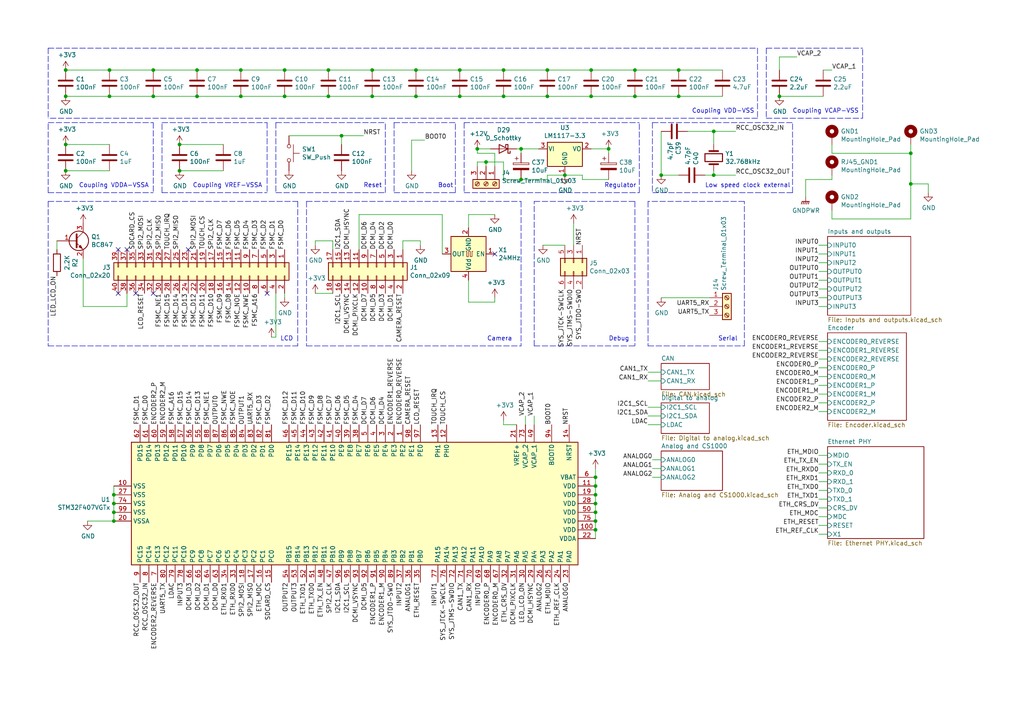
<source format=kicad_sch>
(kicad_sch (version 20231120) (generator "eeschema") (generator_version "8.0")
  (paper "A4")
  (title_block (title "PCB CAMERA APPLY CAN PROTOCOL FOR STM32") (date "2024-11-27"))
  (junction (at 172.72 138.43))
  (junction (at 158.75 20.32))
  (junction (at 57.15 27.94))
  (junction (at 184.15 20.32))
  (junction (at 33.02 146.05))
  (junction (at 264.16 44.45))
  (junction (at 107.95 20.32))
  (junction (at 172.72 146.05))
  (junction (at 172.72 148.59))
  (junction (at 207.01 50.8))
  (junction (at 120.65 27.94))
  (junction (at 172.72 140.97))
  (junction (at 140.97 46.99))
  (junction (at 176.53 43.18))
  (junction (at 95.25 27.94))
  (junction (at 184.15 27.94))
  (junction (at 33.02 148.59))
  (junction (at 207.01 38.1))
  (junction (at 226.06 27.94))
  (junction (at 82.55 20.32))
  (junction (at 69.85 27.94))
  (junction (at 95.25 20.32))
  (junction (at 172.72 153.67))
  (junction (at 151.13 43.18))
  (junction (at 138.43 43.18))
  (junction (at 171.45 20.32))
  (junction (at 19.05 20.32))
  (junction (at 82.55 27.94))
  (junction (at 163.83 50.8))
  (junction (at 19.05 49.53))
  (junction (at 146.05 20.32))
  (junction (at 158.75 27.94))
  (junction (at 146.05 27.94))
  (junction (at 172.72 143.51))
  (junction (at 196.85 27.94))
  (junction (at 191.77 50.8))
  (junction (at 33.02 151.13))
  (junction (at 52.07 41.91))
  (junction (at 171.45 27.94))
  (junction (at 151.13 52.07))
  (junction (at 264.16 53.34))
  (junction (at 19.05 41.91))
  (junction (at 69.85 20.32))
  (junction (at 99.06 39.37))
  (junction (at 52.07 49.53))
  (junction (at 44.45 20.32))
  (junction (at 107.95 27.94))
  (junction (at 196.85 20.32))
  (junction (at 44.45 27.94))
  (junction (at 19.05 27.94))
  (junction (at 120.65 20.32))
  (junction (at 172.72 151.13))
  (junction (at 33.02 143.51))
  (junction (at 133.35 27.94))
  (junction (at 133.35 20.32))
  (junction (at 31.75 20.32))
  (junction (at 57.15 20.32))
  (junction (at 31.75 27.94))
  (no_connect (at 39.37 85.09))
  (no_connect (at 44.45 85.09))
  (no_connect (at 77.47 85.09))
  (no_connect (at 143.51 73.66))
  (no_connect (at 34.29 72.39))
  (no_connect (at 36.83 72.39))
  (no_connect (at 54.61 72.39))
  (no_connect (at 34.29 85.09))
  (wire (pts (xy 209.55 27.94) (xy 196.85 27.94)))
  (wire (pts (xy 191.77 118.11) (xy 187.96 118.11)))
  (wire (pts (xy 172.72 146.05) (xy 172.72 143.51)))
  (wire (pts (xy 163.83 71.12) (xy 157.48 71.12)))
  (wire (pts (xy 64.77 41.91) (xy 52.07 41.91)))
  (wire (pts (xy 240.03 137.16) (xy 237.49 137.16)))
  (polyline (pts (xy 215.9 58.42) (xy 187.96 58.42)) (stroke (width 0) (type dash)))
  (wire (pts (xy 146.05 27.94) (xy 133.35 27.94)))
  (polyline (pts (xy 111.76 55.88) (xy 111.76 35.56)) (stroke (width 0) (type dash)))
  (polyline (pts (xy 222.25 13.97) (xy 250.19 13.97)) (stroke (width 0) (type dash)))
  (wire (pts (xy 146.05 123.19) (xy 149.86 123.19)))
  (wire (pts (xy 95.25 27.94) (xy 82.55 27.94)))
  (wire (pts (xy 143.51 62.23) (xy 135.89 62.23)))
  (polyline (pts (xy 219.71 34.29) (xy 13.97 34.29)) (stroke (width 0) (type dash)))
  (wire (pts (xy 240.03 71.12) (xy 237.49 71.12)))
  (wire (pts (xy 133.35 27.94) (xy 120.65 27.94)))
  (wire (pts (xy 240.03 86.36) (xy 237.49 86.36)))
  (wire (pts (xy 146.05 46.99) (xy 140.97 46.99)))
  (wire (pts (xy 172.72 151.13) (xy 172.72 148.59)))
  (wire (pts (xy 104.14 62.23) (xy 104.14 72.39)))
  (polyline (pts (xy 13.97 100.33) (xy 86.36 100.33)) (stroke (width 0) (type dash)))
  (wire (pts (xy 16.51 72.39) (xy 16.51 69.85)))
  (polyline (pts (xy 86.36 58.42) (xy 86.36 100.33)) (stroke (width 0) (type dash)))
  (wire (pts (xy 240.03 142.24) (xy 237.49 142.24)))
  (wire (pts (xy 152.4 120.65) (xy 152.4 123.19)))
  (wire (pts (xy 143.51 44.45) (xy 143.51 48.26)))
  (wire (pts (xy 57.15 20.32) (xy 69.85 20.32)))
  (wire (pts (xy 135.89 81.28) (xy 135.89 87.63)))
  (wire (pts (xy 57.15 27.94) (xy 44.45 27.94)))
  (wire (pts (xy 241.3 20.32) (xy 238.76 20.32)))
  (wire (pts (xy 135.89 87.63) (xy 143.51 87.63)))
  (wire (pts (xy 240.03 109.22) (xy 237.49 109.22)))
  (wire (pts (xy 135.89 62.23) (xy 135.89 66.04)))
  (wire (pts (xy 158.75 50.8) (xy 163.83 50.8)))
  (wire (pts (xy 184.15 20.32) (xy 196.85 20.32)))
  (wire (pts (xy 158.75 20.32) (xy 171.45 20.32)))
  (wire (pts (xy 116.84 69.85) (xy 116.84 72.39)))
  (polyline (pts (xy 88.9 58.42) (xy 88.9 100.33)) (stroke (width 0) (type dash)))
  (wire (pts (xy 233.68 52.07) (xy 233.68 57.15)))
  (wire (pts (xy 191.77 135.89) (xy 189.23 135.89)))
  (polyline (pts (xy 154.94 100.33) (xy 184.15 100.33)) (stroke (width 0) (type dash)))
  (wire (pts (xy 240.03 116.84) (xy 237.49 116.84)))
  (wire (pts (xy 240.03 134.62) (xy 237.49 134.62)))
  (wire (pts (xy 196.85 27.94) (xy 184.15 27.94)))
  (wire (pts (xy 231.14 16.51) (xy 226.06 16.51)))
  (wire (pts (xy 240.03 154.94) (xy 237.49 154.94)))
  (wire (pts (xy 240.03 149.86) (xy 237.49 149.86)))
  (wire (pts (xy 138.43 44.45) (xy 143.51 44.45)))
  (wire (pts (xy 158.75 52.07) (xy 158.75 50.8)))
  (wire (pts (xy 107.95 27.94) (xy 95.25 27.94)))
  (wire (pts (xy 44.45 20.32) (xy 57.15 20.32)))
  (wire (pts (xy 80.01 85.09) (xy 80.01 97.79)))
  (wire (pts (xy 191.77 107.95) (xy 187.96 107.95)))
  (polyline (pts (xy 80.01 35.56) (xy 111.76 35.56)) (stroke (width 0) (type dash)))
  (wire (pts (xy 238.76 27.94) (xy 226.06 27.94)))
  (polyline (pts (xy 77.47 35.56) (xy 77.47 55.88)) (stroke (width 0) (type dash)))
  (wire (pts (xy 240.03 76.2) (xy 237.49 76.2)))
  (wire (pts (xy 240.03 106.68) (xy 237.49 106.68)))
  (polyline (pts (xy 132.08 55.88) (xy 132.08 35.56)) (stroke (width 0) (type dash)))
  (wire (pts (xy 146.05 52.07) (xy 146.05 46.99)))
  (wire (pts (xy 191.77 50.8) (xy 191.77 38.1)))
  (wire (pts (xy 119.38 40.64) (xy 119.38 49.53)))
  (wire (pts (xy 240.03 144.78) (xy 237.49 144.78)))
  (wire (pts (xy 99.06 39.37) (xy 105.41 39.37)))
  (wire (pts (xy 64.77 49.53) (xy 52.07 49.53)))
  (wire (pts (xy 146.05 52.07) (xy 151.13 52.07)))
  (polyline (pts (xy 80.01 35.56) (xy 80.01 55.88)) (stroke (width 0) (type dash)))
  (polyline (pts (xy 46.99 55.88) (xy 46.99 35.56)) (stroke (width 0) (type dash)))
  (wire (pts (xy 240.03 147.32) (xy 237.49 147.32)))
  (wire (pts (xy 191.77 120.65) (xy 187.96 120.65)))
  (wire (pts (xy 172.72 143.51) (xy 172.72 140.97)))
  (wire (pts (xy 240.03 73.66) (xy 237.49 73.66)))
  (wire (pts (xy 166.37 71.12) (xy 166.37 64.77)))
  (polyline (pts (xy 13.97 13.97) (xy 13.97 34.29)) (stroke (width 0) (type dash)))
  (wire (pts (xy 19.05 20.32) (xy 31.75 20.32)))
  (polyline (pts (xy 46.99 55.88) (xy 77.47 55.88)) (stroke (width 0) (type dash)))
  (polyline (pts (xy 222.25 13.97) (xy 222.25 34.29)) (stroke (width 0) (type dash)))
  (wire (pts (xy 31.75 41.91) (xy 19.05 41.91)))
  (wire (pts (xy 196.85 50.8) (xy 191.77 50.8)))
  (wire (pts (xy 33.02 151.13) (xy 33.02 148.59)))
  (wire (pts (xy 69.85 27.94) (xy 57.15 27.94)))
  (wire (pts (xy 69.85 20.32) (xy 82.55 20.32)))
  (wire (pts (xy 205.74 86.36) (xy 191.77 86.36)))
  (polyline (pts (xy 229.87 55.88) (xy 189.23 55.88)) (stroke (width 0) (type dash)))
  (polyline (pts (xy 134.62 55.88) (xy 185.42 55.88)) (stroke (width 0) (type dash)))
  (polyline (pts (xy 13.97 35.56) (xy 44.45 35.56)) (stroke (width 0) (type dash)))
  (wire (pts (xy 31.75 20.32) (xy 44.45 20.32)))
  (polyline (pts (xy 187.96 100.33) (xy 215.9 100.33)) (stroke (width 0) (type dash)))
  (polyline (pts (xy 13.97 58.42) (xy 86.36 58.42)) (stroke (width 0) (type dash)))
  (polyline (pts (xy 114.3 55.88) (xy 132.08 55.88)) (stroke (width 0) (type dash)))
  (wire (pts (xy 31.75 27.94) (xy 44.45 27.94)))
  (wire (pts (xy 146.05 20.32) (xy 158.75 20.32)))
  (wire (pts (xy 241.3 63.5) (xy 264.16 63.5)))
  (wire (pts (xy 172.72 156.21) (xy 172.72 153.67)))
  (wire (pts (xy 264.16 44.45) (xy 264.16 41.91)))
  (wire (pts (xy 158.75 27.94) (xy 146.05 27.94)))
  (wire (pts (xy 240.03 152.4) (xy 237.49 152.4)))
  (wire (pts (xy 199.39 38.1) (xy 207.01 38.1)))
  (wire (pts (xy 240.03 83.82) (xy 237.49 83.82)))
  (wire (pts (xy 241.3 60.96) (xy 241.3 63.5)))
  (wire (pts (xy 33.02 140.97) (xy 33.02 143.51)))
  (polyline (pts (xy 250.19 34.29) (xy 250.19 13.97)) (stroke (width 0) (type dash)))
  (polyline (pts (xy 184.15 58.42) (xy 184.15 100.33)) (stroke (width 0) (type dash)))
  (polyline (pts (xy 88.9 58.42) (xy 151.13 58.42)) (stroke (width 0) (type dash)))
  (wire (pts (xy 128.27 73.66) (xy 128.27 62.23)))
  (polyline (pts (xy 46.99 35.56) (xy 77.47 35.56)) (stroke (width 0) (type dash)))
  (wire (pts (xy 171.45 27.94) (xy 158.75 27.94)))
  (wire (pts (xy 151.13 44.45) (xy 151.13 43.18)))
  (wire (pts (xy 172.72 148.59) (xy 172.72 146.05)))
  (wire (pts (xy 226.06 16.51) (xy 226.06 20.32)))
  (wire (pts (xy 213.36 38.1) (xy 207.01 38.1)))
  (wire (pts (xy 140.97 48.26) (xy 140.97 46.99)))
  (wire (pts (xy 96.52 72.39) (xy 96.52 69.85)))
  (wire (pts (xy 33.02 148.59) (xy 33.02 146.05)))
  (wire (pts (xy 240.03 78.74) (xy 237.49 78.74)))
  (wire (pts (xy 107.95 27.94) (xy 120.65 27.94)))
  (wire (pts (xy 36.83 88.9) (xy 36.83 85.09)))
  (polyline (pts (xy 187.96 58.42) (xy 187.96 100.33)) (stroke (width 0) (type dash)))
  (polyline (pts (xy 189.23 35.56) (xy 229.87 35.56)) (stroke (width 0) (type dash)))
  (wire (pts (xy 191.77 110.49) (xy 187.96 110.49)))
  (polyline (pts (xy 13.97 55.88) (xy 13.97 35.56)) (stroke (width 0) (type dash)))
  (wire (pts (xy 241.3 52.07) (xy 233.68 52.07)))
  (wire (pts (xy 184.15 27.94) (xy 171.45 27.94)))
  (wire (pts (xy 240.03 132.08) (xy 237.49 132.08)))
  (wire (pts (xy 107.95 20.32) (xy 120.65 20.32)))
  (wire (pts (xy 121.92 69.85) (xy 121.92 71.12)))
  (wire (pts (xy 191.77 138.43) (xy 189.23 138.43)))
  (polyline (pts (xy 154.94 100.33) (xy 154.94 58.42)) (stroke (width 0) (type dash)))
  (wire (pts (xy 24.13 88.9) (xy 36.83 88.9)))
  (wire (pts (xy 168.91 50.8) (xy 168.91 52.07)))
  (wire (pts (xy 119.38 40.64) (xy 123.19 40.64)))
  (wire (pts (xy 176.53 43.18) (xy 171.45 43.18)))
  (polyline (pts (xy 13.97 55.88) (xy 44.45 55.88)) (stroke (width 0) (type dash)))
  (polyline (pts (xy 189.23 35.56) (xy 189.23 55.88)) (stroke (width 0) (type dash)))
  (polyline (pts (xy 134.62 35.56) (xy 134.62 55.88)) (stroke (width 0) (type dash)))
  (wire (pts (xy 24.13 74.93) (xy 24.13 88.9)))
  (wire (pts (xy 204.47 50.8) (xy 207.01 50.8)))
  (wire (pts (xy 269.24 53.34) (xy 264.16 53.34)))
  (polyline (pts (xy 185.42 55.88) (xy 185.42 35.56)) (stroke (width 0) (type dash)))
  (wire (pts (xy 82.55 86.36) (xy 82.55 85.09)))
  (polyline (pts (xy 229.87 55.88) (xy 229.87 35.56)) (stroke (width 0) (type dash)))
  (wire (pts (xy 120.65 20.32) (xy 133.35 20.32)))
  (wire (pts (xy 96.52 69.85) (xy 91.44 69.85)))
  (wire (pts (xy 163.83 50.8) (xy 168.91 50.8)))
  (wire (pts (xy 240.03 111.76) (xy 237.49 111.76)))
  (wire (pts (xy 33.02 146.05) (xy 33.02 143.51)))
  (wire (pts (xy 241.3 50.8) (xy 241.3 52.07)))
  (polyline (pts (xy 13.97 58.42) (xy 13.97 100.33)) (stroke (width 0) (type dash)))
  (wire (pts (xy 138.43 46.99) (xy 138.43 48.26)))
  (wire (pts (xy 240.03 81.28) (xy 237.49 81.28)))
  (wire (pts (xy 82.55 27.94) (xy 69.85 27.94)))
  (wire (pts (xy 33.02 151.13) (xy 25.4 151.13)))
  (wire (pts (xy 240.03 139.7) (xy 237.49 139.7)))
  (polyline (pts (xy 13.97 13.97) (xy 219.71 13.97)) (stroke (width 0) (type dash)))
  (wire (pts (xy 19.05 49.53) (xy 31.75 49.53)))
  (polyline (pts (xy 80.01 55.88) (xy 111.76 55.88)) (stroke (width 0) (type dash)))
  (wire (pts (xy 269.24 53.34) (xy 269.24 55.88)))
  (wire (pts (xy 168.91 52.07) (xy 176.53 52.07)))
  (wire (pts (xy 240.03 119.38) (xy 237.49 119.38)))
  (wire (pts (xy 133.35 20.32) (xy 146.05 20.32)))
  (wire (pts (xy 143.51 87.63) (xy 143.51 86.36)))
  (polyline (pts (xy 114.3 35.56) (xy 132.08 35.56)) (stroke (width 0) (type dash)))
  (polyline (pts (xy 151.13 58.42) (xy 151.13 100.33)) (stroke (width 0) (type dash)))
  (polyline (pts (xy 88.9 100.33) (xy 151.13 100.33)) (stroke (width 0) (type dash)))
  (wire (pts (xy 83.82 39.37) (xy 99.06 39.37)))
  (wire (pts (xy 116.84 69.85) (xy 121.92 69.85)))
  (wire (pts (xy 96.52 85.09) (xy 91.44 85.09)))
  (wire (pts (xy 128.27 62.23) (xy 104.14 62.23)))
  (wire (pts (xy 95.25 20.32) (xy 107.95 20.32)))
  (wire (pts (xy 264.16 53.34) (xy 264.16 63.5)))
  (wire (pts (xy 91.44 69.85) (xy 91.44 71.12)))
  (wire (pts (xy 151.13 52.07) (xy 158.75 52.07)))
  (wire (pts (xy 207.01 38.1) (xy 207.01 41.91)))
  (wire (pts (xy 156.21 43.18) (xy 151.13 43.18)))
  (polyline (pts (xy 222.25 34.29) (xy 250.19 34.29)) (stroke (width 0) (type dash)))
  (wire (pts (xy 172.72 140.97) (xy 172.72 138.43)))
  (wire (pts (xy 191.77 123.19) (xy 187.96 123.19)))
  (polyline (pts (xy 114.3 35.56) (xy 114.3 55.88)) (stroke (width 0) (type dash)))
  (wire (pts (xy 191.77 133.35) (xy 189.23 133.35)))
  (wire (pts (xy 240.03 99.06) (xy 237.49 99.06)))
  (wire (pts (xy 99.06 39.37) (xy 99.06 41.91)))
  (wire (pts (xy 240.03 88.9) (xy 237.49 88.9)))
  (wire (pts (xy 240.03 114.3) (xy 237.49 114.3)))
  (wire (pts (xy 140.97 46.99) (xy 138.43 46.99)))
  (polyline (pts (xy 215.9 100.33) (xy 215.9 58.42)) (stroke (width 0) (type dash)))
  (wire (pts (xy 172.72 138.43) (xy 172.72 135.89)))
  (polyline (pts (xy 44.45 35.56) (xy 44.45 55.88)) (stroke (width 0) (type dash)))
  (wire (pts (xy 196.85 20.32) (xy 209.55 20.32)))
  (wire (pts (xy 240.03 101.6) (xy 237.49 101.6)))
  (wire (pts (xy 149.86 43.18) (xy 151.13 43.18)))
  (wire (pts (xy 146.05 123.19) (xy 146.05 121.92)))
  (wire (pts (xy 138.43 44.45) (xy 138.43 43.18)))
  (wire (pts (xy 241.3 44.45) (xy 264.16 44.45)))
  (wire (pts (xy 213.36 50.8) (xy 207.01 50.8)))
  (wire (pts (xy 138.43 43.18) (xy 142.24 43.18)))
  (wire (pts (xy 264.16 44.45) (xy 264.16 53.34)))
  (polyline (pts (xy 134.62 35.56) (xy 185.42 35.56)) (stroke (width 0) (type dash)))
  (wire (pts (xy 154.94 120.65) (xy 154.94 123.19)))
  (wire (pts (xy 241.3 41.91) (xy 241.3 44.45)))
  (wire (pts (xy 82.55 20.32) (xy 95.25 20.32)))
  (polyline (pts (xy 219.71 13.97) (xy 219.71 34.29)) (stroke (width 0) (type dash)))
  (wire (pts (xy 172.72 153.67) (xy 172.72 151.13)))
  (wire (pts (xy 176.53 44.45) (xy 176.53 43.18)))
  (wire (pts (xy 240.03 104.14) (xy 237.49 104.14)))
  (wire (pts (xy 31.75 27.94) (xy 19.05 27.94)))
  (polyline (pts (xy 154.94 58.42) (xy 184.15 58.42)) (stroke (width 0) (type dash)))
  (wire (pts (xy 171.45 20.32) (xy 184.15 20.32)))
  (wire (pts (xy 80.01 97.79) (xy 78.74 97.79)))
  (wire (pts (xy 207.01 50.8) (xy 207.01 49.53)))
  (text "Coupling VREF-VSSA" (at 55.88 54.61 0) (effects (font (size 1.27 1.27)) (justify left bottom)))
  (text "Camera" (at 148.59 99.06 0) (effects (font (size 1.27 1.27)) (justify right bottom)))
  (text "Boot" (at 127 54.61 0) (effects (font (size 1.27 1.27)) (justify left bottom)))
  (text "Low speed clock external" (at 204.47 54.61 0) (effects (font (size 1.27 1.27)) (justify left bottom)))
  (text "Regulator" (at 175.26 54.61 0) (effects (font (size 1.27 1.27)) (justify left bottom)))
  (text "Coupling VDD-VSS" (at 200.66 33.02 0) (effects (font (size 1.27 1.27)) (justify left bottom)))
  (text "Coupling VDDA-VSSA" (at 22.86 54.61 0) (effects (font (size 1.27 1.27)) (justify left bottom)))
  (text "Serial" (at 208.28 99.06 0) (effects (font (size 1.27 1.27)) (justify left bottom)))
  (text "LCD" (at 81.28 99.06 0) (effects (font (size 1.27 1.27)) (justify left bottom)))
  (text "Coupling VCAP-VSS" (at 229.87 33.02 0) (effects (font (size 1.27 1.27)) (justify left bottom)))
  (text "Reset" (at 105.41 54.61 0) (effects (font (size 1.27 1.27)) (justify left bottom)))
  (text "Debug" (at 176.53 99.06 0) (effects (font (size 1.27 1.27)) (justify left bottom)))
  (label "ENCODER1_M" (at 237.49 114.3 180))
  (label "SDCARD_CS" (at 39.37 72.39 90))
  (label "ETH_TXD1" (at 88.9 168.91 270))
  (label "FSMC_NOE" (at 68.58 123.19 90))
  (label "OUTPUT2" (at 237.49 83.82 180))
  (label "SPI2_MOSI" (at 71.12 168.91 270))
  (label "DCMI_D2" (at 111.76 72.39 90))
  (label "FSMC_D8" (at 93.98 123.19 90))
  (label "INPUT2" (at 237.49 76.2 180))
  (label "ANALOG0" (at 165.1 168.91 270))
  (label "FSMC_D12" (at 57.15 85.09 270))
  (label "RCC_OSC32_OUT" (at 213.36 50.8 0))
  (label "CAN1_TX" (at 134.62 168.91 270))
  (label "DCMI_HSYNC" (at 154.94 168.91 270))
  (label "UART5_RX" (at 205.74 88.9 180))
  (label "DCMI_D1" (at 114.3 85.09 270))
  (label "ETH_RXD1" (at 237.49 139.7 180))
  (label "VCAP_2" (at 152.4 120.65 90))
  (label "RCC_OSC32_IN" (at 213.36 38.1 0))
  (label "ENCODER0_P" (at 237.49 106.68 180))
  (label "FSMC_D14" (at 52.07 85.09 270))
  (label "ETH_MDC" (at 76.2 168.91 270))
  (label "ETH_MDIO" (at 237.49 132.08 180))
  (label "TOUCH_IRQ" (at 127 123.19 90))
  (label "SPI2_CLK" (at 96.52 168.91 270))
  (label "SYS_JTCK-SWCLK" (at 163.83 83.82 270))
  (label "NRST" (at 168.91 71.12 90))
  (label "NRST" (at 165.1 123.19 90))
  (label "SYS_JTMS-SWDIO" (at 132.08 168.91 270))
  (label "FSMC_D14" (at 55.88 123.19 90))
  (label "ETH_RESET" (at 237.49 152.4 180))
  (label "FSMC_D12" (at 83.82 123.19 90))
  (label "OUTPUT3" (at 86.36 168.91 270))
  (label "ENCODER1_P" (at 237.49 111.76 180))
  (label "SDCARD_CS" (at 78.74 168.91 270))
  (label "ETH_RESET" (at 121.92 168.91 270))
  (label "DCMI_D5" (at 109.22 85.09 270))
  (label "DCMI_D3" (at 55.88 168.91 270))
  (label "ENCODER2_M" (at 48.26 123.19 90))
  (label "DCMI_D0" (at 114.3 72.39 90))
  (label "FSMC_D0" (at 82.55 72.39 90))
  (label "SPI2_CLK" (at 62.23 72.39 90))
  (label "RCC_OSC32_OUT" (at 40.64 168.91 270))
  (label "LDAC" (at 187.96 123.19 180))
  (label "FSMC_D15" (at 53.34 123.19 90))
  (label "INPUT0" (at 237.49 71.12 180))
  (label "ENCODER0_REVERSE" (at 116.84 123.19 90))
  (label "DCMI_D4" (at 109.22 72.39 90))
  (label "I2C1_SCL" (at 99.06 85.09 270))
  (label "ETH_TX_EN" (at 93.98 168.91 270))
  (label "FSMC_D11" (at 59.69 85.09 270))
  (label "ENCODER0_P" (at 142.24 168.91 270))
  (label "DCMI_D4" (at 111.76 123.19 90))
  (label "ETH_REF_CLK" (at 162.56 168.91 270))
  (label "ENCODER0_M" (at 144.78 168.91 270))
  (label "SYS_JTCK-SWCLK" (at 129.54 168.91 270))
  (label "I2C1_SCL" (at 101.6 168.91 270))
  (label "FSMC_D0" (at 43.18 123.19 90))
  (label "DCMI_PIXCLK" (at 149.86 168.91 270))
  (label "OUTPUT0" (at 63.5 123.19 90))
  (label "VCAP_1" (at 154.94 120.65 90))
  (label "ETH_CRS_DV" (at 147.32 168.91 270))
  (label "FSMC_D10" (at 88.9 123.19 90))
  (label "FSMC_D9" (at 64.77 85.09 270))
  (label "ETH_RXD1" (at 66.04 168.91 270))
  (label "DCMI_VSYNC" (at 104.14 168.91 270))
  (label "INPUT3" (at 53.34 168.91 270))
  (label "UART5_RX" (at 73.66 123.19 90))
  (label "NRST" (at 105.41 39.37 0))
  (label "DCMI_D3" (at 111.76 85.09 270))
  (label "I2C1_SCL" (at 187.96 118.11 180))
  (label "TOUCH_CS" (at 129.54 123.19 90))
  (label "SYS_JTDO-SWO" (at 168.91 83.82 270))
  (label "VCAP_2" (at 231.14 16.51 0))
  (label "FSMC_D10" (at 62.23 85.09 270))
  (label "I2C1_SDA" (at 99.06 72.39 90))
  (label "OUTPUT1" (at 237.49 81.28 180))
  (label "CAMERA_RESET" (at 119.38 123.19 90))
  (label "ANALOG0" (at 189.23 133.35 180))
  (label "CAN1_TX" (at 187.96 107.95 180))
  (label "DCMI_D6" (at 106.68 72.39 90))
  (label "SPI2_MISO" (at 52.07 72.39 90))
  (label "ENCODER2_REVERSE" (at 45.72 168.91 270))
  (label "LED_LCD_ON" (at 16.51 80.01 270))
  (label "SPI2_CLK" (at 44.45 72.39 90))
  (label "ETH_TX_EN" (at 237.49 134.62 180))
  (label "DCMI_HSYNC" (at 101.6 72.39 90))
  (label "INPUT1" (at 127 168.91 270))
  (label "FSMC_D13" (at 58.42 123.19 90))
  (label "FSMC_NE1" (at 60.96 123.19 90))
  (label "ETH_RXD0" (at 237.49 137.16 180))
  (label "UART5_TX" (at 48.26 168.91 270))
  (label "ENCODER2_P" (at 45.72 123.19 90))
  (label "BOOT0" (at 123.19 40.64 0))
  (label "DCMI_D7" (at 106.68 123.19 90))
  (label "LED_LCD_ON" (at 152.4 168.91 270))
  (label "FSMC_D13" (at 54.61 85.09 270))
  (label "FSMC_NWE" (at 66.04 123.19 90))
  (label "ETH_MDIO" (at 160.02 168.91 270))
  (label "OUTPUT2" (at 83.82 168.91 270))
  (label "OUTPUT1" (at 71.12 123.19 90))
  (label "FSMC_D1" (at 40.64 123.19 90))
  (label "FSMC_NWE" (at 72.39 85.09 270))
  (label "FSMC_D2" (at 77.47 72.39 90))
  (label "INPUT0" (at 139.7 168.91 270))
  (label "ENCODER2_P" (at 237.49 116.84 180))
  (label "LDAC" (at 50.8 168.91 270))
  (label "FSMC_D4" (at 104.14 123.19 90))
  (label "ETH_CRS_DV" (at 237.49 147.32 180))
  (label "DCMI_D7" (at 106.68 85.09 270))
  (label "SPI2_MOSI" (at 41.91 72.39 90))
  (label "ETH_TXD0" (at 91.44 168.91 270))
  (label "FSMC_D8" (at 67.31 85.09 270))
  (label "OUTPUT3" (at 237.49 86.36 180))
  (label "DCMI_PIXCLK" (at 104.14 85.09 270))
  (label "FSMC_D11" (at 86.36 123.19 90))
  (label "DCMI_D1" (at 60.96 168.91 270))
  (label "ANALOG2" (at 189.23 138.43 180))
  (label "LCD_RESET" (at 41.91 85.09 270))
  (label "ENCODER1_M" (at 111.76 168.91 270))
  (label "UART5_TX" (at 205.74 91.44 180))
  (label "ETH_TXD1" (at 237.49 144.78 180))
  (label "BOOT0" (at 160.02 123.19 90))
  (label "ENCODER2_REVERSE" (at 237.49 104.14 180))
  (label "ENCODER0_REVERSE" (at 237.49 99.06 180))
  (label "FSMC_D7" (at 64.77 72.39 90))
  (label "DCMI_D6" (at 109.22 123.19 90))
  (label "ENCODER0_M" (at 237.49 109.22 180))
  (label "FSMC_D3" (at 76.2 123.19 90))
  (label "ENCODER1_REVERSE" (at 237.49 101.6 180))
  (label "ETH_REF_CLK" (at 237.49 154.94 180))
  (label "CAMERA_RESET" (at 116.84 85.09 270))
  (label "DCMI_D5" (at 106.68 168.91 270))
  (label "DCMI_VSYNC" (at 101.6 85.09 270))
  (label "FSMC_NE1" (at 46.99 85.09 270))
  (label "FSMC_A16" (at 50.8 123.19 90))
  (label "SYS_JTDO-SWO" (at 114.3 168.91 270))
  (label "FSMC_D9" (at 91.44 123.19 90))
  (label "SPI2_MISO" (at 73.66 168.91 270))
  (label "FSMC_D6" (at 99.06 123.19 90))
  (label "ANALOG1" (at 119.38 168.91 270))
  (label "DCMI_D2" (at 58.42 168.91 270))
  (label "CAN1_RX" (at 187.96 110.49 180))
  (label "ETH_TXD0" (at 237.49 142.24 180))
  (label "ETH_RXD0" (at 68.58 168.91 270))
  (label "FSMC_D6" (at 67.31 72.39 90))
  (label "OUTPUT0" (at 237.49 78.74 180))
  (label "RCC_OSC32_IN" (at 43.18 168.91 270))
  (label "FSMC_NOE" (at 69.85 85.09 270))
  (label "ANALOG2" (at 157.48 168.91 270))
  (label "FSMC_D7" (at 96.52 123.19 90))
  (label "FSMC_D2" (at 78.74 123.19 90))
  (label "VCAP_1" (at 241.3 20.32 0))
  (label "FSMC_D1" (at 80.01 72.39 90))
  (label "SYS_JTMS-SWDIO" (at 166.37 83.82 270))
  (label "FSMC_D5" (at 101.6 123.19 90))
  (label "INPUT3" (at 237.49 88.9 180))
  (label "FSMC_D15" (at 49.53 85.09 270))
  (label "I2C1_SDA" (at 99.06 168.91 270))
  (label "ANALOG1" (at 189.23 135.89 180))
  (label "SPI2_MOSI" (at 57.15 72.39 90))
  (label "CAN1_RX" (at 137.16 168.91 270))
  (label "DCMI_D0" (at 63.5 168.91 270))
  (label "FSMC_D3" (at 74.93 72.39 90))
  (label "ETH_MDC" (at 237.49 149.86 180))
  (label "TOUCH_CS" (at 59.69 72.39 90))
  (label "FSMC_A16" (at 74.93 85.09 270))
  (label "FSMC_D4" (at 72.39 72.39 90))
  (label "I2C1_SDA" (at 187.96 120.65 180))
  (label "FSMC_D5" (at 69.85 72.39 90))
  (label "TOUCH_IRQ" (at 49.53 72.39 90))
  (label "INPUT2" (at 116.84 168.91 270))
  (label "ENCODER2_M" (at 237.49 119.38 180))
  (label "ENCODER1_REVERSE" (at 114.3 123.19 90))
  (label "ENCODER1_P" (at 109.22 168.91 270))
  (label "INPUT1" (at 237.49 73.66 180))
  (label "SPI2_MISO" (at 46.99 72.39 90))
  (label "LCD_RESET" (at 121.92 123.19 90))
  (symbol (lib_id "ETH OPAMP DCMI FSMC CAN ENCODER CS1000-rescue:STM32F407VGTx-MCU_ST_STM32F4") (at 104.14 146.05 270) (unit 1)
    (property "Reference" "U1" (at 32.004 144.8816 90) (effects (justify right)))
    (property "Value" "STM32F407VGTx" (at 32.004 147.193 90) (effects (justify right)))
    (property "Footprint" "Package_QFP:LQFP-100_14x14mm_P0.5mm" (effects (hide yes)))
    (property "Datasheet" "511-STM32F407VGT6" (effects (hide yes)))
  )
  (symbol (lib_id "Device:C") (at 19.05 24.13 0) (unit 1)
    (property "Reference" "C1" (at 21.971 22.9616 0) (effects (justify left)))
    (property "Value" "100nF" (at 21.971 25.273 0) (effects (justify left)))
    (property "Footprint" "Capacitor_SMD:C_0603_1608Metric" (effects (hide yes)))
    (property "Datasheet" "581-0603YC104MAT4A" (effects (hide yes)))
  )
  (symbol (lib_id "Device:C") (at 226.06 24.13 0) (unit 1)
    (property "Reference" "C24" (at 228.981 22.9616 0) (effects (justify left)))
    (property "Value" "2.2uF" (at 228.981 25.273 0) (effects (justify left)))
    (property "Footprint" "Capacitor_SMD:C_0603_1608Metric" (effects (hide yes)))
    (property "Datasheet" "187-CL10A225KP8NNNC" (effects (hide yes)))
  )
  (symbol (lib_id "Device:C") (at 209.55 24.13 0) (unit 1)
    (property "Reference" "C23" (at 212.471 22.9616 0) (effects (justify left)))
    (property "Value" "4.7uF" (at 212.471 25.273 0) (effects (justify left)))
    (property "Footprint" "Capacitor_SMD:C_0603_1608Metric" (effects (hide yes)))
    (property "Datasheet" "187-CL10A475KP8NNNC" (effects (hide yes)))
  )
  (symbol (lib_id "Device:C") (at 31.75 24.13 0) (unit 1)
    (property "Reference" "C3" (at 34.671 22.9616 0) (effects (justify left)))
    (property "Value" "100nF" (at 34.671 25.273 0) (effects (justify left)))
    (property "Footprint" "Capacitor_SMD:C_0603_1608Metric" (effects (hide yes)))
    (property "Datasheet" "581-0603YC104MAT4A" (effects (hide yes)))
  )
  (symbol (lib_id "Device:C") (at 44.45 24.13 0) (unit 1)
    (property "Reference" "C5" (at 47.371 22.9616 0) (effects (justify left)))
    (property "Value" "100nF" (at 47.371 25.273 0) (effects (justify left)))
    (property "Footprint" "Capacitor_SMD:C_0603_1608Metric" (effects (hide yes)))
    (property "Datasheet" "581-0603YC104MAT4A" (effects (hide yes)))
  )
  (symbol (lib_id "Device:C") (at 57.15 24.13 0) (unit 1)
    (property "Reference" "C7" (at 60.071 22.9616 0) (effects (justify left)))
    (property "Value" "100nF" (at 60.071 25.273 0) (effects (justify left)))
    (property "Footprint" "Capacitor_SMD:C_0603_1608Metric" (effects (hide yes)))
    (property "Datasheet" "581-0603YC104MAT4A" (effects (hide yes)))
  )
  (symbol (lib_id "Device:C") (at 69.85 24.13 0) (unit 1)
    (property "Reference" "C9" (at 72.771 22.9616 0) (effects (justify left)))
    (property "Value" "100nF" (at 72.771 25.273 0) (effects (justify left)))
    (property "Footprint" "Capacitor_SMD:C_0603_1608Metric" (effects (hide yes)))
    (property "Datasheet" "581-0603YC104MAT4A" (effects (hide yes)))
  )
  (symbol (lib_id "Device:C") (at 82.55 24.13 0) (unit 1)
    (property "Reference" "C10" (at 85.471 22.9616 0) (effects (justify left)))
    (property "Value" "100nF" (at 85.471 25.273 0) (effects (justify left)))
    (property "Footprint" "Capacitor_SMD:C_0603_1608Metric" (effects (hide yes)))
    (property "Datasheet" "581-0603YC104MAT4A" (effects (hide yes)))
  )
  (symbol (lib_id "Device:C") (at 95.25 24.13 0) (unit 1)
    (property "Reference" "C11" (at 98.171 22.9616 0) (effects (justify left)))
    (property "Value" "100nF" (at 98.171 25.273 0) (effects (justify left)))
    (property "Footprint" "Capacitor_SMD:C_0603_1608Metric" (effects (hide yes)))
    (property "Datasheet" "581-0603YC104MAT4A" (effects (hide yes)))
  )
  (symbol (lib_id "Device:C") (at 107.95 24.13 0) (unit 1)
    (property "Reference" "C13" (at 110.871 22.9616 0) (effects (justify left)))
    (property "Value" "100nF" (at 110.871 25.273 0) (effects (justify left)))
    (property "Footprint" "Capacitor_SMD:C_0603_1608Metric" (effects (hide yes)))
    (property "Datasheet" "581-0603YC104MAT4A" (effects (hide yes)))
  )
  (symbol (lib_id "Device:C") (at 120.65 24.13 0) (unit 1)
    (property "Reference" "C14" (at 123.571 22.9616 0) (effects (justify left)))
    (property "Value" "100nF" (at 123.571 25.273 0) (effects (justify left)))
    (property "Footprint" "Capacitor_SMD:C_0603_1608Metric" (effects (hide yes)))
    (property "Datasheet" "581-0603YC104MAT4A" (effects (hide yes)))
  )
  (symbol (lib_id "Device:C") (at 133.35 24.13 0) (unit 1)
    (property "Reference" "C15" (at 136.271 22.9616 0) (effects (justify left)))
    (property "Value" "100nF" (at 136.271 25.273 0) (effects (justify left)))
    (property "Footprint" "Capacitor_SMD:C_0603_1608Metric" (effects (hide yes)))
    (property "Datasheet" "581-0603YC104MAT4A" (effects (hide yes)))
  )
  (symbol (lib_id "Device:C") (at 146.05 24.13 0) (unit 1)
    (property "Reference" "C16" (at 148.971 22.9616 0) (effects (justify left)))
    (property "Value" "100nF" (at 148.971 25.273 0) (effects (justify left)))
    (property "Footprint" "Capacitor_SMD:C_0603_1608Metric" (effects (hide yes)))
    (property "Datasheet" "581-0603YC104MAT4A" (effects (hide yes)))
  )
  (symbol (lib_id "Device:C") (at 158.75 24.13 0) (unit 1)
    (property "Reference" "C17" (at 161.671 22.9616 0) (effects (justify left)))
    (property "Value" "100nF" (at 161.671 25.273 0) (effects (justify left)))
    (property "Footprint" "Capacitor_SMD:C_0603_1608Metric" (effects (hide yes)))
    (property "Datasheet" "581-0603YC104MAT4A" (effects (hide yes)))
  )
  (symbol (lib_id "Device:C") (at 171.45 24.13 0) (unit 1)
    (property "Reference" "C20" (at 174.371 22.9616 0) (effects (justify left)))
    (property "Value" "100nF" (at 174.371 25.273 0) (effects (justify left)))
    (property "Footprint" "Capacitor_SMD:C_0603_1608Metric" (effects (hide yes)))
    (property "Datasheet" "581-0603YC104MAT4A" (effects (hide yes)))
  )
  (symbol (lib_id "Device:C") (at 184.15 24.13 0) (unit 1)
    (property "Reference" "C21" (at 187.071 22.9616 0) (effects (justify left)))
    (property "Value" "100nF" (at 187.071 25.273 0) (effects (justify left)))
    (property "Footprint" "Capacitor_SMD:C_0603_1608Metric" (effects (hide yes)))
    (property "Datasheet" "581-0603YC104MAT4A" (effects (hide yes)))
  )
  (symbol (lib_id "Device:C") (at 196.85 24.13 0) (unit 1)
    (property "Reference" "C22" (at 199.771 22.9616 0) (effects (justify left)))
    (property "Value" "100nF" (at 199.771 25.273 0) (effects (justify left)))
    (property "Footprint" "Capacitor_SMD:C_0603_1608Metric" (effects (hide yes)))
    (property "Datasheet" "581-0603YC104MAT4A" (effects (hide yes)))
  )
  (symbol (lib_id "ETH OPAMP DCMI FSMC CAN ENCODER CS1000-rescue:+3.3V-power") (at 19.05 20.32 0) (unit 1)
    (property "Reference" "#PWR01" (effects (hide yes)))
    (property "Value" "+3V3" (at 19.431 15.9258 0))
  )
  (symbol (lib_id "ETH OPAMP DCMI FSMC CAN ENCODER CS1000-rescue:GND-power") (at 19.05 27.94 0) (unit 1)
    (property "Reference" "#PWR02" (effects (hide yes)))
    (property "Value" "GND" (at 19.177 32.3342 0))
  )
  (symbol (lib_id "Device:C") (at 238.76 24.13 0) (unit 1)
    (property "Reference" "C25" (at 241.681 22.9616 0) (effects (justify left)))
    (property "Value" "2.2uF" (at 241.681 25.273 0) (effects (justify left)))
    (property "Footprint" "Capacitor_SMD:C_0603_1608Metric" (effects (hide yes)))
    (property "Datasheet" "187-CL10A225KP8NNNC" (effects (hide yes)))
  )
  (symbol (lib_id "ETH OPAMP DCMI FSMC CAN ENCODER CS1000-rescue:GND-power") (at 226.06 27.94 0) (unit 1)
    (property "Reference" "#PWR014" (effects (hide yes)))
    (property "Value" "GND" (at 226.187 32.3342 0))
  )
  (symbol (lib_id "Device:C") (at 19.05 45.72 0) (unit 1)
    (property "Reference" "C2" (at 21.971 44.5516 0) (effects (justify left)))
    (property "Value" "100nF" (at 21.971 46.863 0) (effects (justify left)))
    (property "Footprint" "Capacitor_SMD:C_0603_1608Metric" (effects (hide yes)))
    (property "Datasheet" "581-0603YC104MAT4A" (effects (hide yes)))
  )
  (symbol (lib_id "Device:C") (at 31.75 45.72 0) (unit 1)
    (property "Reference" "C4" (at 34.671 44.5516 0) (effects (justify left)))
    (property "Value" "1uF" (at 34.671 46.863 0) (effects (justify left)))
    (property "Footprint" "Capacitor_SMD:C_0603_1608Metric" (effects (hide yes)))
    (property "Datasheet" "80-C0603C105K8R" (effects (hide yes)))
  )
  (symbol (lib_id "ETH OPAMP DCMI FSMC CAN ENCODER CS1000-rescue:+3.3V-power") (at 19.05 41.91 0) (unit 1)
    (property "Reference" "#PWR03" (effects (hide yes)))
    (property "Value" "+3V3" (at 19.431 37.5158 0))
  )
  (symbol (lib_id "ETH OPAMP DCMI FSMC CAN ENCODER CS1000-rescue:GND-power") (at 19.05 49.53 0) (unit 1)
    (property "Reference" "#PWR04" (effects (hide yes)))
    (property "Value" "GND" (at 19.177 53.9242 0))
  )
  (symbol (lib_id "Device:C") (at 52.07 45.72 0) (unit 1)
    (property "Reference" "C6" (at 54.991 44.5516 0) (effects (justify left)))
    (property "Value" "100nF" (at 54.991 46.863 0) (effects (justify left)))
    (property "Footprint" "Capacitor_SMD:C_0603_1608Metric" (effects (hide yes)))
    (property "Datasheet" "581-0603YC104MAT4A" (effects (hide yes)))
  )
  (symbol (lib_id "Device:C") (at 64.77 45.72 0) (unit 1)
    (property "Reference" "C8" (at 67.691 44.5516 0) (effects (justify left)))
    (property "Value" "1uF" (at 67.691 46.863 0) (effects (justify left)))
    (property "Footprint" "Capacitor_SMD:C_0603_1608Metric" (effects (hide yes)))
    (property "Datasheet" "80-C0603C105K8R" (effects (hide yes)))
  )
  (symbol (lib_id "ETH OPAMP DCMI FSMC CAN ENCODER CS1000-rescue:+3.3V-power") (at 52.07 41.91 0) (unit 1)
    (property "Reference" "#PWR06" (effects (hide yes)))
    (property "Value" "+3V3" (at 52.451 37.5158 0))
  )
  (symbol (lib_id "ETH OPAMP DCMI FSMC CAN ENCODER CS1000-rescue:GND-power") (at 52.07 49.53 0) (unit 1)
    (property "Reference" "#PWR07" (effects (hide yes)))
    (property "Value" "GND" (at 52.197 53.9242 0))
  )
  (symbol (lib_id "Switch:SW_Push") (at 83.82 44.45 270) (unit 1)
    (property "Reference" "SW1" (at 87.5792 43.2816 90) (effects (justify left)))
    (property "Value" "SW_Push" (at 87.5792 45.593 90) (effects (justify left)))
    (property "Footprint" "Button_Switch_SMD:SW_SPST_FSMSM" (effects (hide yes)))
    (property "Datasheet" "506-FSMSM" (effects (hide yes)))
  )
  (symbol (lib_id "Device:C") (at 99.06 45.72 0) (unit 1)
    (property "Reference" "C12" (at 101.981 44.5516 0) (effects (justify left)))
    (property "Value" "100nF" (at 101.981 46.863 0) (effects (justify left)))
    (property "Footprint" "Capacitor_SMD:C_0603_1608Metric" (effects (hide yes)))
    (property "Datasheet" "581-0603YC104MAT4A" (effects (hide yes)))
  )
  (symbol (lib_id "ETH OPAMP DCMI FSMC CAN ENCODER CS1000-rescue:GND-power") (at 83.82 49.53 0) (unit 1)
    (property "Reference" "#PWR08" (effects (hide yes)))
    (property "Value" "GND" (at 83.947 53.9242 0))
  )
  (symbol (lib_id "ETH OPAMP DCMI FSMC CAN ENCODER CS1000-rescue:GND-power") (at 119.38 49.53 0) (unit 1)
    (property "Reference" "#PWR010" (effects (hide yes)))
    (property "Value" "GND" (at 119.507 53.9242 0))
  )
  (symbol (lib_id "ETH OPAMP DCMI FSMC CAN ENCODER CS1000-rescue:GND-power") (at 99.06 49.53 0) (unit 1)
    (property "Reference" "#PWR09" (effects (hide yes)))
    (property "Value" "GND" (at 99.187 53.9242 0))
  )
  (symbol (lib_id "ETH OPAMP DCMI FSMC CAN ENCODER CS1000-rescue:+3.3V-power") (at 146.05 121.92 0) (unit 1)
    (property "Reference" "#PWR011" (effects (hide yes)))
    (property "Value" "+3V3" (at 146.431 117.5258 0))
  )
  (symbol (lib_id "ETH OPAMP DCMI FSMC CAN ENCODER CS1000-rescue:LM1117-3.3-Regulator_Linear") (at 163.83 43.18 0) (unit 1)
    (property "Reference" "U3" (at 163.83 37.0332 0))
    (property "Value" "LM1117-3.3" (at 163.83 39.3446 0))
    (property "Footprint" "Package_TO_SOT_SMD:SOT-223" (effects (hide yes)))
    (property "Datasheet" "926-LM1117MP-3.3NOPB" (effects (hide yes)))
  )
  (symbol (lib_id "ETH OPAMP DCMI FSMC CAN ENCODER CS1000-rescue:+3.3V-power") (at 172.72 135.89 0) (unit 1)
    (property "Reference" "#PWR013" (effects (hide yes)))
    (property "Value" "+3V3" (at 173.101 131.4958 0))
  )
  (symbol (lib_id "ETH OPAMP DCMI FSMC CAN ENCODER CS1000-rescue:CP-Device") (at 151.13 48.26 0) (unit 1)
    (property "Reference" "C37" (at 154.1272 47.0916 0) (effects (justify left)))
    (property "Value" "10uF" (at 154.1272 49.403 0) (effects (justify left)))
    (property "Footprint" "Capacitor_Tantalum_SMD:CP_EIA-1608-08_AVX-J_Pad1.25x1.05mm_HandSolder" (effects (hide yes)))
    (property "Datasheet" "74-TMCJ0E106MTR2F" (effects (hide yes)))
  )
  (symbol (lib_id "ETH OPAMP DCMI FSMC CAN ENCODER CS1000-rescue:CP-Device") (at 176.53 48.26 0) (unit 1)
    (property "Reference" "C38" (at 179.5272 47.0916 0) (effects (justify left)))
    (property "Value" "10uF" (at 179.5272 49.403 0) (effects (justify left)))
    (property "Footprint" "Capacitor_Tantalum_SMD:CP_EIA-1608-08_AVX-J_Pad1.25x1.05mm_HandSolder" (effects (hide yes)))
    (property "Datasheet" "74-TMCJ0E106MTR2F" (effects (hide yes)))
  )
  (symbol (lib_id "ETH OPAMP DCMI FSMC CAN ENCODER CS1000-rescue:GND-power") (at 25.4 151.13 0) (unit 1)
    (property "Reference" "#PWR05" (effects (hide yes)))
    (property "Value" "GND" (at 25.527 155.5242 0))
  )
  (symbol (lib_id "ETH OPAMP DCMI FSMC CAN ENCODER CS1000-rescue:GND-power") (at 163.83 50.8 0) (unit 1)
    (property "Reference" "#PWR033" (effects (hide yes)))
    (property "Value" "GND" (at 163.957 55.1942 0))
  )
  (symbol (lib_id "ETH OPAMP DCMI FSMC CAN ENCODER CS1000-rescue:+3.3V-power") (at 176.53 43.18 0) (unit 1)
    (property "Reference" "#PWR034" (effects (hide yes)))
    (property "Value" "+3V3" (at 176.911 38.7858 0))
  )
  (symbol (lib_id "ETH OPAMP DCMI FSMC CAN ENCODER CS1000-rescue:+12V-power") (at 138.43 43.18 0) (unit 1)
    (property "Reference" "#PWR032" (effects (hide yes)))
    (property "Value" "+12V" (at 138.811 38.7858 0))
  )
  (symbol (lib_id "Device:R") (at 16.51 76.2 0) (unit 1)
    (property "Reference" "R2" (at 21.7678 76.2 90))
    (property "Value" "2.2K" (at 19.4564 76.2 90))
    (property "Footprint" "Resistor_SMD:R_0603_1608Metric" (effects (hide yes)))
    (property "Datasheet" "71-CRCW06032K20FKEAC" (effects (hide yes)))
  )
  (symbol (lib_id "ETH OPAMP DCMI FSMC CAN ENCODER CS1000-rescue:GND-power") (at 82.55 86.36 0) (unit 1)
    (property "Reference" "#PWR0106" (effects (hide yes)))
    (property "Value" "GND" (at 82.677 90.7542 0))
  )
  (symbol (lib_id "ETH OPAMP DCMI FSMC CAN ENCODER CS1000-rescue:+3.3V-power") (at 24.13 64.77 0) (unit 1)
    (property "Reference" "#PWR012" (effects (hide yes)))
    (property "Value" "+3V3" (at 24.511 60.3758 0))
  )
  (symbol (lib_id "ETH OPAMP DCMI FSMC CAN ENCODER CS1000-rescue:+3.3V-power") (at 78.74 97.79 0) (unit 1)
    (property "Reference" "#PWR062" (effects (hide yes)))
    (property "Value" "+3V3" (at 79.121 93.3958 0))
  )
  (symbol (lib_id "Transistor_BJT:BC847") (at 21.59 69.85 0) (unit 1)
    (property "Reference" "Q1" (at 26.4414 68.6816 0) (effects (justify left)))
    (property "Value" "BC847" (at 26.4414 70.993 0) (effects (justify left)))
    (property "Footprint" "Package_TO_SOT_SMD:SOT-23" (effects (hide yes)))
    (property "Datasheet" "863-BC847BLT1G" (effects (hide yes)))
  )
  (symbol (lib_id "Device:D_Schottky") (at 146.05 43.18 180) (unit 1)
    (property "Reference" "D29" (at 146.05 37.6936 0))
    (property "Value" "D_Schottky" (at 146.05 40.005 0))
    (property "Footprint" "Diode_SMD:D_SOD-123" (effects (hide yes)))
    (property "Datasheet" "863-BAT54T1G" (effects (hide yes)))
  )
  (symbol (lib_id "Mechanical:MountingHole_Pad") (at 241.3 39.37 0) (unit 1)
    (property "Reference" "GND1" (at 243.84 38.0746 0) (effects (justify left)))
    (property "Value" "MountingHole_Pad" (at 243.84 40.386 0) (effects (justify left)))
    (property "Footprint" "MountingHole:MountingHole_2.7mm_M2.5_DIN965_Pad" (effects (hide yes)))
  )
  (symbol (lib_id "Mechanical:MountingHole_Pad") (at 241.3 48.26 0) (unit 1)
    (property "Reference" "RJ45_GND1" (at 243.84 46.9646 0) (effects (justify left)))
    (property "Value" "MountingHole_Pad" (at 243.84 49.276 0) (effects (justify left)))
    (property "Footprint" "MountingHole:MountingHole_2.7mm_M2.5_DIN965_Pad" (effects (hide yes)))
  )
  (symbol (lib_id "Connector_Generic:Conn_02x09_Odd_Even") (at 106.68 77.47 270) (unit 1)
    (property "Reference" "J1" (at 118.872 77.5716 90) (effects (justify left)))
    (property "Value" "Conn_02x09" (at 118.872 79.883 90) (effects (justify left)))
    (property "Footprint" "Connector_PinHeader_2.54mm:PinHeader_2x09_P2.54mm_Vertical" (effects (hide yes)))
  )
  (symbol (lib_id "Mechanical:MountingHole_Pad") (at 241.3 58.42 0) (unit 1)
    (property "Reference" "GND2" (at 243.84 57.1246 0) (effects (justify left)))
    (property "Value" "MountingHole_Pad" (at 243.84 59.436 0) (effects (justify left)))
    (property "Footprint" "MountingHole:MountingHole_2.7mm_M2.5_DIN965_Pad" (effects (hide yes)))
  )
  (symbol (lib_id "Mechanical:MountingHole_Pad") (at 264.16 39.37 0) (unit 1)
    (property "Reference" "GND3" (at 266.7 38.0746 0) (effects (justify left)))
    (property "Value" "MountingHole_Pad" (at 266.7 40.386 0) (effects (justify left)))
    (property "Footprint" "MountingHole:MountingHole_2.7mm_M2.5_DIN965_Pad" (effects (hide yes)))
  )
  (symbol (lib_id "ETH OPAMP DCMI FSMC CAN ENCODER CS1000-rescue:GND-power") (at 269.24 55.88 0) (unit 1)
    (property "Reference" "#PWR0101" (effects (hide yes)))
    (property "Value" "GND" (at 269.367 60.2742 0))
  )
  (symbol (lib_id "ETH OPAMP DCMI FSMC CAN ENCODER CS1000-rescue:GND-power") (at 121.92 71.12 0) (unit 1)
    (property "Reference" "#PWR035" (effects (hide yes)))
    (property "Value" "GND" (at 122.047 75.5142 0))
  )
  (symbol (lib_id "Connector_Generic:Conn_02x20_Odd_Even") (at 59.69 77.47 270) (unit 1)
    (property "Reference" "J3" (at 32.0802 77.5716 90) (effects (justify right)))
    (property "Value" "Conn_02x20" (at 32.0802 79.883 90) (effects (justify right)))
    (property "Footprint" "Connector_PinHeader_2.54mm:PinHeader_2x20_P2.54mm_Vertical" (effects (hide yes)))
  )
  (symbol (lib_id "ETH OPAMP DCMI FSMC CAN ENCODER CS1000-rescue:GND-power") (at 91.44 71.12 0) (unit 1)
    (property "Reference" "#PWR0107" (effects (hide yes)))
    (property "Value" "GND" (at 91.567 75.5142 0))
  )
  (symbol (lib_id "ETH OPAMP DCMI FSMC CAN ENCODER CS1000-rescue:GNDPWR-power") (at 233.68 57.15 0) (unit 1)
    (property "Reference" "#PWR0102" (effects (hide yes)))
    (property "Value" "GNDPWR" (at 233.7816 61.0616 0))
  )
  (symbol (lib_id "ETH OPAMP DCMI FSMC CAN ENCODER CS1000-rescue:+3.3V-power") (at 91.44 85.09 0) (unit 1)
    (property "Reference" "#PWR0108" (effects (hide yes)))
    (property "Value" "+3V3" (at 91.821 80.6958 0))
  )
  (symbol (lib_id "Device:Crystal") (at 207.01 45.72 270) (unit 1)
    (property "Reference" "Y1" (at 210.3374 44.5516 90) (effects (justify left)))
    (property "Value" "32.768kHz" (at 210.3374 46.863 90) (effects (justify left)))
    (property "Footprint" "Crystal:Crystal_SMD_MicroCrystal_CC7V-T1A-2Pin_3.2x1.5mm_HandSoldering" (effects (hide yes)))
    (property "Datasheet" "520-.327-12.5-34QNT" (effects (hide yes)))
  )
  (symbol (lib_id "Device:C") (at 200.66 50.8 270) (mirror x) (unit 1)
    (property "Reference" "C40" (at 201.8284 47.879 0) (effects (justify left)))
    (property "Value" "4.7pF" (at 199.517 47.879 0) (effects (justify left)))
    (property "Footprint" "Capacitor_SMD:C_0603_1608Metric" (effects (hide yes)))
    (property "Datasheet" "80-C0603C479D5HACTU" (effects (hide yes)))
  )
  (symbol (lib_id "Device:C") (at 195.58 38.1 270) (unit 1)
    (property "Reference" "C39" (at 196.7484 41.021 0) (effects (justify left)))
    (property "Value" "4.7pF" (at 194.437 41.021 0) (effects (justify left)))
    (property "Footprint" "Capacitor_SMD:C_0603_1608Metric" (effects (hide yes)))
    (property "Datasheet" "80-C0603C479D5HACTU" (effects (hide yes)))
  )
  (symbol (lib_id "ETH OPAMP DCMI FSMC CAN ENCODER CS1000-rescue:GND-power") (at 191.77 50.8 0) (unit 1)
    (property "Reference" "#PWR036" (effects (hide yes)))
    (property "Value" "GND" (at 191.897 55.1942 0))
  )
  (symbol (lib_id "ETH OPAMP DCMI FSMC CAN ENCODER CS1000-rescue:+3.3V-power") (at 166.37 64.77 0) (unit 1)
    (property "Reference" "#PWR038" (effects (hide yes)))
    (property "Value" "+3V3" (at 166.751 60.3758 0))
  )
  (symbol (lib_id "ETH OPAMP DCMI FSMC CAN ENCODER CS1000-rescue:GND-power") (at 157.48 71.12 0) (unit 1)
    (property "Reference" "#PWR037" (effects (hide yes)))
    (property "Value" "GND" (at 157.607 75.5142 0))
  )
  (symbol (lib_id "Connector_Generic:Conn_02x03_Odd_Even") (at 166.37 76.2 270) (unit 1)
    (property "Reference" "J5" (at 170.942 76.3016 90) (effects (justify left)))
    (property "Value" "Conn_02x03" (at 170.942 78.613 90) (effects (justify left)))
    (property "Footprint" "Connector_PinHeader_2.54mm:PinHeader_2x03_P2.54mm_Vertical" (effects (hide yes)))
  )
  (symbol (lib_id "Connector:Screw_Terminal_01x03") (at 210.82 88.9 0) (unit 1)
    (property "Reference" "J14" (at 207.5942 84.328 90) (effects (justify left)))
    (property "Value" "Screw_Terminal_01x03" (at 209.9056 84.328 90) (effects (justify left)))
    (property "Footprint" "TerminalBlock_Phoenix:TerminalBlock_Phoenix_MKDS-1,5-3_1x03_P5.00mm_Horizontal" (effects (hide yes)))
    (property "Datasheet" "651-1935174" (effects (hide yes)))
  )
  (symbol (lib_id "ETH OPAMP DCMI FSMC CAN ENCODER CS1000-rescue:GND-power") (at 191.77 86.36 0) (unit 1)
    (property "Reference" "#PWR061" (effects (hide yes)))
    (property "Value" "GND" (at 191.897 90.7542 0))
  )
  (symbol (lib_id "Connector:Screw_Terminal_01x03") (at 140.97 53.34 270) (unit 1)
    (property "Reference" "J4" (at 145.542 50.1142 90) (effects (justify left)))
    (property "Value" "Screw_Terminal_01x03" (at 145.542 52.4256 90) (effects (justify left)))
    (property "Footprint" "TerminalBlock_Phoenix:TerminalBlock_Phoenix_MKDS-1,5-3_1x03_P5.00mm_Horizontal" (effects (hide yes)))
    (property "Datasheet" "651-1935174" (effects (hide yes)))
  )
  (symbol (lib_id "Oscillator:ASE-xxxMHz") (at 135.89 73.66 180) (unit 1)
    (property "Reference" "X1" (at 144.5514 72.4916 0) (effects (justify right)))
    (property "Value" "24MHz" (at 144.5514 74.803 0) (effects (justify right)))
    (property "Footprint" "Crystal:Crystal_SMD_EuroQuartz_MT-4Pin_3.2x2.5mm_HandSoldering" (effects (hide yes)))
    (property "Datasheet" "520-3225MV-240-BNT" (effects (hide yes)))
  )
  (symbol (lib_id "ETH OPAMP DCMI FSMC CAN ENCODER CS1000-rescue:+3.3V-power") (at 143.51 86.36 0) (unit 1)
    (property "Reference" "#PWR0110" (effects (hide yes)))
    (property "Value" "+3V3" (at 143.891 81.9658 0))
  )
  (symbol (lib_id "ETH OPAMP DCMI FSMC CAN ENCODER CS1000-rescue:GND-power") (at 143.51 62.23 0) (unit 1)
    (property "Reference" "#PWR0111" (effects (hide yes)))
    (property "Value" "GND" (at 143.637 66.6242 0))
  )
  (sheet (at 240.03 129.54) (size 27.94 26.67)
    (property "Sheetname" "Ethernet PHY" (at 240.03 128.8284 0) (effects (justify left bottom)))
    (property "Sheetfile" "Ethernet PHY.kicad_sch" (at 240.03 156.7946 0) (effects (justify left top)))
    (pin "MDIO" input (at 240.03 132.08 180))
    (pin "TX_EN" input (at 240.03 134.62 180))
    (pin "RXD_0" input (at 240.03 137.16 180))
    (pin "RXD_1" input (at 240.03 139.7 180))
    (pin "TXD_0" input (at 240.03 142.24 180))
    (pin "TXD_1" input (at 240.03 144.78 180))
    (pin "MDC" input (at 240.03 149.86 180))
    (pin "RESET" input (at 240.03 152.4 180))
    (pin "X1" input (at 240.03 154.94 180))
    (pin "CRS_DV" input (at 240.03 147.32 180))
  )
  (sheet (at 240.03 68.58) (size 24.13 22.86)
    (property "Sheetname" "Inputs and outputs" (at 240.03 67.8684 0) (effects (justify left bottom)))
    (property "Sheetfile" "Inputs and outputs.kicad_sch" (at 240.03 92.0246 0) (effects (justify left top)))
    (pin "INPUT0" input (at 240.03 71.12 180))
    (pin "INPUT1" input (at 240.03 73.66 180))
    (pin "INPUT2" input (at 240.03 76.2 180))
    (pin "OUTPUT0" input (at 240.03 78.74 180))
    (pin "OUTPUT1" input (at 240.03 81.28 180))
    (pin "OUTPUT2" input (at 240.03 83.82 180))
    (pin "OUTPUT3" input (at 240.03 86.36 180))
    (pin "INPUT3" input (at 240.03 88.9 180))
  )
  (sheet (at 191.77 130.81) (size 17.78 11.43)
    (property "Sheetname" "Analog and CS1000" (at 191.77 130.0984 0) (effects (justify left bottom)))
    (property "Sheetfile" "Analog and CS1000.kicad_sch" (at 191.77 142.8246 0) (effects (justify left top)))
    (pin "ANALOG0" input (at 191.77 133.35 180))
    (pin "ANALOG1" input (at 191.77 135.89 180))
    (pin "ANALOG2" input (at 191.77 138.43 180))
  )
  (sheet (at 240.03 96.52) (size 22.86 25.4)
    (property "Sheetname" "Encoder" (at 240.03 95.8084 0) (effects (justify left bottom)))
    (property "Sheetfile" "Encoder.kicad_sch" (at 240.03 122.5046 0) (effects (justify left top)))
    (pin "ENCODER0_REVERSE" input (at 240.03 99.06 180))
    (pin "ENCODER1_REVERSE" input (at 240.03 101.6 180))
    (pin "ENCODER2_REVERSE" input (at 240.03 104.14 180))
    (pin "ENCODER0_P" input (at 240.03 106.68 180))
    (pin "ENCODER0_M" input (at 240.03 109.22 180))
    (pin "ENCODER1_P" input (at 240.03 111.76 180))
    (pin "ENCODER1_M" input (at 240.03 114.3 180))
    (pin "ENCODER2_P" input (at 240.03 116.84 180))
    (pin "ENCODER2_M" input (at 240.03 119.38 180))
  )
  (sheet (at 191.77 105.41) (size 13.97 7.62)
    (property "Sheetname" "CAN" (at 191.77 104.6984 0) (effects (justify left bottom)))
    (property "Sheetfile" "CAN.kicad_sch" (at 191.77 113.6146 0) (effects (justify left top)))
    (pin "CAN1_TX" input (at 191.77 107.95 180))
    (pin "CAN1_RX" input (at 191.77 110.49 180))
  )
  (sheet (at 191.77 116.84) (size 13.97 8.89)
    (property "Sheetname" "Digital to analog" (at 191.77 116.1284 0) (effects (justify left bottom)))
    (property "Sheetfile" "Digital to analog.kicad_sch" (at 191.77 126.3146 0) (effects (justify left top)))
    (pin "I2C1_SCL" input (at 191.77 118.11 180))
    (pin "I2C1_SDA" input (at 191.77 120.65 180))
    (pin "LDAC" input (at 191.77 123.19 180))
  )
)
</source>
